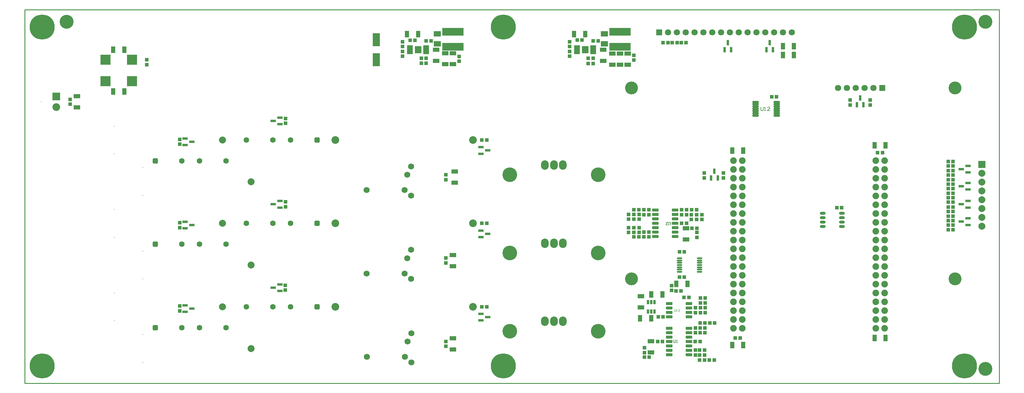
<source format=gts>
G04 Layer_Color=8388736*
%FSLAX43Y43*%
%MOMM*%
G71*
G01*
G75*
%ADD29C,0.150*%
%ADD36C,0.254*%
%ADD37C,0.178*%
%ADD38C,0.100*%
%ADD72R,2.903X2.903*%
%ADD73O,1.550X0.500*%
%ADD74R,6.203X2.203*%
%ADD75R,0.803X1.203*%
%ADD76R,0.803X1.553*%
%ADD77O,1.653X0.853*%
%ADD78R,2.003X1.543*%
%ADD79R,1.003X1.103*%
G04:AMPARAMS|DCode=80|XSize=0.653mm|YSize=1.803mm|CornerRadius=0.151mm|HoleSize=0mm|Usage=FLASHONLY|Rotation=90.000|XOffset=0mm|YOffset=0mm|HoleType=Round|Shape=RoundedRectangle|*
%AMROUNDEDRECTD80*
21,1,0.653,1.501,0,0,90.0*
21,1,0.351,1.803,0,0,90.0*
1,1,0.302,0.750,0.175*
1,1,0.302,0.750,-0.175*
1,1,0.302,-0.750,-0.175*
1,1,0.302,-0.750,0.175*
%
%ADD80ROUNDEDRECTD80*%
%ADD81R,2.003X3.753*%
%ADD82C,4.000*%
G04:AMPARAMS|DCode=83|XSize=0.853mm|YSize=1.853mm|CornerRadius=0.15mm|HoleSize=0mm|Usage=FLASHONLY|Rotation=90.000|XOffset=0mm|YOffset=0mm|HoleType=Round|Shape=RoundedRectangle|*
%AMROUNDEDRECTD83*
21,1,0.853,1.552,0,0,90.0*
21,1,0.552,1.853,0,0,90.0*
1,1,0.301,0.776,0.276*
1,1,0.301,0.776,-0.276*
1,1,0.301,-0.776,-0.276*
1,1,0.301,-0.776,0.276*
%
%ADD83ROUNDEDRECTD83*%
%ADD84R,1.903X1.203*%
%ADD85R,1.203X1.903*%
G04:AMPARAMS|DCode=86|XSize=0.503mm|YSize=1.753mm|CornerRadius=0.151mm|HoleSize=0mm|Usage=FLASHONLY|Rotation=90.000|XOffset=0mm|YOffset=0mm|HoleType=Round|Shape=RoundedRectangle|*
%AMROUNDEDRECTD86*
21,1,0.503,1.451,0,0,90.0*
21,1,0.201,1.753,0,0,90.0*
1,1,0.302,0.726,0.101*
1,1,0.302,0.726,-0.101*
1,1,0.302,-0.726,-0.101*
1,1,0.302,-0.726,0.101*
%
%ADD86ROUNDEDRECTD86*%
G04:AMPARAMS|DCode=87|XSize=1.933mm|YSize=2.103mm|CornerRadius=0.153mm|HoleSize=0mm|Usage=FLASHONLY|Rotation=0.000|XOffset=0mm|YOffset=0mm|HoleType=Round|Shape=RoundedRectangle|*
%AMROUNDEDRECTD87*
21,1,1.933,1.796,0,0,0.0*
21,1,1.626,2.103,0,0,0.0*
1,1,0.307,0.813,-0.898*
1,1,0.307,-0.813,-0.898*
1,1,0.307,-0.813,0.898*
1,1,0.307,0.813,0.898*
%
%ADD87ROUNDEDRECTD87*%
%ADD88R,1.553X0.803*%
%ADD89R,1.103X1.003*%
%ADD90O,2.203X2.703*%
%ADD91C,2.203*%
%ADD92R,0.203X0.203*%
%ADD93C,2.003*%
%ADD94C,1.803*%
%ADD95R,1.803X1.803*%
%ADD96C,1.727*%
%ADD97C,1.903*%
%ADD98C,4.203*%
%ADD99R,0.203X0.203*%
%ADD100R,2.203X2.203*%
%ADD101C,7.203*%
%ADD102R,2.003X2.003*%
%ADD103C,1.603*%
G04:AMPARAMS|DCode=104|XSize=1.603mm|YSize=1.603mm|CornerRadius=0.452mm|HoleSize=0mm|Usage=FLASHONLY|Rotation=180.000|XOffset=0mm|YOffset=0mm|HoleType=Round|Shape=RoundedRectangle|*
%AMROUNDEDRECTD104*
21,1,1.603,0.700,0,0,180.0*
21,1,0.700,1.603,0,0,180.0*
1,1,0.903,-0.350,0.350*
1,1,0.903,0.350,0.350*
1,1,0.903,0.350,-0.350*
1,1,0.903,-0.350,-0.350*
%
%ADD104ROUNDEDRECTD104*%
%ADD105C,3.703*%
%ADD106C,0.803*%
D29*
X186425Y12475D02*
Y11808D01*
X186558Y11675D01*
X186825D01*
X186958Y11808D01*
Y12475D01*
X187225Y11675D02*
X187491D01*
X187358D01*
Y12475D01*
X187225Y12341D01*
X185575Y45525D02*
Y46192D01*
X185442Y46325D01*
X185175D01*
X185042Y46192D01*
Y45525D01*
X184242Y46325D02*
X184775D01*
X184242Y45792D01*
Y45659D01*
X184375Y45525D01*
X184642D01*
X184775Y45659D01*
D36*
X0Y0D02*
X280000D01*
Y107500D01*
X0D02*
X280000D01*
X0Y0D02*
Y107500D01*
D37*
X211476Y79508D02*
Y78661D01*
X211645Y78492D01*
X211984D01*
X212153Y78661D01*
Y79508D01*
X212492Y78492D02*
X212830D01*
X212661D01*
Y79508D01*
X212492Y79338D01*
X214015Y78492D02*
X213338D01*
X214015Y79169D01*
Y79338D01*
X213846Y79508D01*
X213507D01*
X213338Y79338D01*
D38*
X186603Y21346D02*
Y20846D01*
X186703Y20746D01*
X186903D01*
X187003Y20846D01*
Y21346D01*
X187203Y20746D02*
X187403D01*
X187303D01*
Y21346D01*
X187203Y21246D01*
X187703D02*
X187803Y21346D01*
X188003D01*
X188103Y21246D01*
Y21146D01*
X188003Y21046D01*
X187903D01*
X188003D01*
X188103Y20946D01*
Y20846D01*
X188003Y20746D01*
X187803D01*
X187703Y20846D01*
D72*
X23190Y93110D02*
D03*
X30810D02*
D03*
Y86890D02*
D03*
X23190D02*
D03*
D73*
X193875Y32050D02*
D03*
Y32700D02*
D03*
Y33350D02*
D03*
Y34000D02*
D03*
Y34650D02*
D03*
Y35300D02*
D03*
Y35950D02*
D03*
X188125Y32050D02*
D03*
Y32700D02*
D03*
Y33350D02*
D03*
Y34000D02*
D03*
Y34650D02*
D03*
Y35300D02*
D03*
Y35950D02*
D03*
D74*
X171000Y101150D02*
D03*
Y96850D02*
D03*
X123000Y101150D02*
D03*
Y96850D02*
D03*
D75*
X179050Y23375D02*
D03*
X180000D02*
D03*
X180950D02*
D03*
Y20625D02*
D03*
X180000D02*
D03*
X179050D02*
D03*
D76*
X240000Y82075D02*
D03*
X240950Y80125D02*
D03*
X239050D02*
D03*
X198130Y61045D02*
D03*
X199080Y59095D02*
D03*
X197180D02*
D03*
X214000Y97975D02*
D03*
X214950Y96025D02*
D03*
X213050D02*
D03*
X202000Y97975D02*
D03*
X202950Y96025D02*
D03*
X201050D02*
D03*
D77*
X229275Y48905D02*
D03*
Y47635D02*
D03*
Y46365D02*
D03*
Y45095D02*
D03*
X234725Y48905D02*
D03*
Y47635D02*
D03*
Y46365D02*
D03*
Y45095D02*
D03*
D78*
X166500Y97670D02*
D03*
Y100530D02*
D03*
X118500Y97670D02*
D03*
Y100530D02*
D03*
D79*
X194000Y17300D02*
D03*
X195400D02*
D03*
X179400Y7500D02*
D03*
X178000D02*
D03*
X198200Y17300D02*
D03*
X196800D02*
D03*
X265300Y44200D02*
D03*
X266700D02*
D03*
X265300Y48100D02*
D03*
X266700D02*
D03*
X265300Y49400D02*
D03*
X266700D02*
D03*
X265300Y53400D02*
D03*
X266700D02*
D03*
X265300Y54700D02*
D03*
X266700D02*
D03*
X265300Y58600D02*
D03*
X266700D02*
D03*
X265300Y59900D02*
D03*
X266700D02*
D03*
X265300Y63800D02*
D03*
X266700D02*
D03*
Y62500D02*
D03*
X265300D02*
D03*
X266700Y61200D02*
D03*
X265300D02*
D03*
X266700Y57300D02*
D03*
X265300D02*
D03*
X266700Y56000D02*
D03*
X265300D02*
D03*
X195300Y9500D02*
D03*
X193900D02*
D03*
Y6700D02*
D03*
X195300D02*
D03*
Y8100D02*
D03*
X193900D02*
D03*
X189400Y24700D02*
D03*
X190800D02*
D03*
X182000Y19100D02*
D03*
X183400D02*
D03*
X194000Y12000D02*
D03*
X192600D02*
D03*
X188600Y98000D02*
D03*
X190000D02*
D03*
X187400D02*
D03*
X186000D02*
D03*
X266700Y52100D02*
D03*
X265300D02*
D03*
X266700Y50700D02*
D03*
X265300D02*
D03*
X266700Y46800D02*
D03*
X265300D02*
D03*
X266700Y45500D02*
D03*
X265300D02*
D03*
X113900Y93500D02*
D03*
X115300D02*
D03*
Y92100D02*
D03*
X113900D02*
D03*
X161900Y93500D02*
D03*
X163300D02*
D03*
Y92000D02*
D03*
X161900D02*
D03*
X132700Y70000D02*
D03*
X131300D02*
D03*
X190100Y48500D02*
D03*
X188700D02*
D03*
Y49900D02*
D03*
X190100D02*
D03*
X132700Y46000D02*
D03*
X131300D02*
D03*
X177900Y48500D02*
D03*
X179300D02*
D03*
Y49900D02*
D03*
X177900D02*
D03*
X132700Y22000D02*
D03*
X131300D02*
D03*
X177900Y43500D02*
D03*
X179300D02*
D03*
Y42100D02*
D03*
X177900D02*
D03*
X195500Y20300D02*
D03*
X194100D02*
D03*
Y24500D02*
D03*
X195500D02*
D03*
Y21700D02*
D03*
X194100D02*
D03*
X195400Y14500D02*
D03*
X194000D02*
D03*
X195400Y15900D02*
D03*
X194000D02*
D03*
X191700Y44600D02*
D03*
X193100D02*
D03*
X214600Y82400D02*
D03*
X216000D02*
D03*
X184800Y98000D02*
D03*
X183400D02*
D03*
X110700Y98700D02*
D03*
X112100D02*
D03*
X116700Y98500D02*
D03*
X115300D02*
D03*
X160100Y98800D02*
D03*
X158700D02*
D03*
X164700Y98500D02*
D03*
X163300D02*
D03*
X233300Y50500D02*
D03*
X234700D02*
D03*
X246430Y66370D02*
D03*
X245030D02*
D03*
X204130Y12970D02*
D03*
X205530D02*
D03*
X190100Y46000D02*
D03*
X188700D02*
D03*
X189500Y30500D02*
D03*
X188100D02*
D03*
X188500Y26600D02*
D03*
X187100D02*
D03*
X191600Y49900D02*
D03*
X193000D02*
D03*
X176400D02*
D03*
X175000D02*
D03*
X189500Y37800D02*
D03*
X188100D02*
D03*
X176400Y42100D02*
D03*
X175000D02*
D03*
X181800Y12000D02*
D03*
X183200D02*
D03*
X196700Y6700D02*
D03*
X198100D02*
D03*
X195500Y23100D02*
D03*
X194100D02*
D03*
D80*
X209950Y80950D02*
D03*
Y80300D02*
D03*
Y79650D02*
D03*
Y79000D02*
D03*
Y78350D02*
D03*
Y77700D02*
D03*
Y77050D02*
D03*
X216050Y80950D02*
D03*
Y80300D02*
D03*
Y79650D02*
D03*
Y79000D02*
D03*
Y78350D02*
D03*
Y77700D02*
D03*
Y77050D02*
D03*
D81*
X101000Y98875D02*
D03*
Y93125D02*
D03*
D82*
X12000Y104000D02*
D03*
X276000Y4100D02*
D03*
Y104000D02*
D03*
D83*
X185175Y15810D02*
D03*
Y14540D02*
D03*
Y13270D02*
D03*
Y12000D02*
D03*
Y10730D02*
D03*
Y9460D02*
D03*
Y8190D02*
D03*
X190825Y15810D02*
D03*
Y14540D02*
D03*
Y13270D02*
D03*
Y12000D02*
D03*
Y10730D02*
D03*
Y9460D02*
D03*
Y8190D02*
D03*
X185175Y22905D02*
D03*
Y21635D02*
D03*
Y20365D02*
D03*
Y19095D02*
D03*
X190825Y22905D02*
D03*
Y21635D02*
D03*
Y20365D02*
D03*
Y19095D02*
D03*
X186825Y42190D02*
D03*
Y43460D02*
D03*
Y44730D02*
D03*
Y46000D02*
D03*
Y47270D02*
D03*
Y48540D02*
D03*
Y49810D02*
D03*
X181175Y42190D02*
D03*
Y43460D02*
D03*
Y44730D02*
D03*
Y46000D02*
D03*
Y47270D02*
D03*
Y48540D02*
D03*
Y49810D02*
D03*
D84*
X179900Y8900D02*
D03*
Y12100D02*
D03*
X177000Y25000D02*
D03*
Y21800D02*
D03*
X118200Y96000D02*
D03*
Y92800D02*
D03*
X166200Y96000D02*
D03*
Y92800D02*
D03*
X123000Y95000D02*
D03*
Y91800D02*
D03*
X120800Y95000D02*
D03*
Y91800D02*
D03*
X173200Y94900D02*
D03*
Y91700D02*
D03*
X171000Y94900D02*
D03*
Y91700D02*
D03*
X168800Y94900D02*
D03*
Y91700D02*
D03*
X15000Y82600D02*
D03*
Y79400D02*
D03*
X190000Y44600D02*
D03*
Y41400D02*
D03*
X123500Y60900D02*
D03*
Y57700D02*
D03*
X123000Y36900D02*
D03*
Y33700D02*
D03*
Y12900D02*
D03*
Y9700D02*
D03*
D85*
X28600Y96000D02*
D03*
X25400D02*
D03*
X180000Y18700D02*
D03*
X176800D02*
D03*
X180000Y25500D02*
D03*
X183200D02*
D03*
X221000Y97000D02*
D03*
X217800D02*
D03*
X221000Y94500D02*
D03*
X217800D02*
D03*
X28600Y84000D02*
D03*
X25400D02*
D03*
X109800Y100500D02*
D03*
X113000D02*
D03*
X157800Y100500D02*
D03*
X161000D02*
D03*
X203230Y66970D02*
D03*
X206430D02*
D03*
X247330Y12970D02*
D03*
X244130D02*
D03*
Y68470D02*
D03*
X247330D02*
D03*
X206430Y10970D02*
D03*
X203230D02*
D03*
X187200Y28600D02*
D03*
X190400D02*
D03*
D86*
X163325Y97000D02*
D03*
X158675D02*
D03*
Y96500D02*
D03*
Y96000D02*
D03*
Y95500D02*
D03*
Y95000D02*
D03*
X163325Y96500D02*
D03*
Y96000D02*
D03*
Y95500D02*
D03*
Y95000D02*
D03*
X115325Y97000D02*
D03*
X110675D02*
D03*
Y96500D02*
D03*
Y96000D02*
D03*
Y95500D02*
D03*
Y95000D02*
D03*
X115325Y96500D02*
D03*
Y96000D02*
D03*
Y95500D02*
D03*
Y95000D02*
D03*
D87*
X161000Y96000D02*
D03*
X113000D02*
D03*
D88*
X132975Y67000D02*
D03*
X131025Y66050D02*
D03*
Y67950D02*
D03*
X132975Y43000D02*
D03*
X131025Y42050D02*
D03*
Y43950D02*
D03*
X132975Y19000D02*
D03*
X131025Y18050D02*
D03*
Y19950D02*
D03*
X47975Y69500D02*
D03*
X46025Y68550D02*
D03*
Y70450D02*
D03*
X71325Y75500D02*
D03*
X73275Y76450D02*
D03*
Y74550D02*
D03*
X47975Y45500D02*
D03*
X46025Y44550D02*
D03*
Y46450D02*
D03*
X71325Y51500D02*
D03*
X73275Y52450D02*
D03*
Y50550D02*
D03*
X47975Y21500D02*
D03*
X46025Y20550D02*
D03*
Y22450D02*
D03*
X71325Y27500D02*
D03*
X73275Y28450D02*
D03*
Y26550D02*
D03*
X269025Y61600D02*
D03*
X270975Y62550D02*
D03*
Y60650D02*
D03*
X269025Y56700D02*
D03*
X270975Y57650D02*
D03*
Y55750D02*
D03*
X269025Y51500D02*
D03*
X270975Y52450D02*
D03*
Y50550D02*
D03*
X269025Y46500D02*
D03*
X270975Y47450D02*
D03*
Y45550D02*
D03*
D89*
X44500Y70200D02*
D03*
Y68800D02*
D03*
X74900Y74800D02*
D03*
Y76200D02*
D03*
X237100Y81500D02*
D03*
Y80100D02*
D03*
X44500Y46200D02*
D03*
Y44800D02*
D03*
X74900Y50800D02*
D03*
Y52200D02*
D03*
X242900Y81500D02*
D03*
Y80100D02*
D03*
X44500Y22200D02*
D03*
Y20800D02*
D03*
X74800Y26800D02*
D03*
Y28200D02*
D03*
X108500Y98300D02*
D03*
Y96900D02*
D03*
X156500Y98300D02*
D03*
Y96900D02*
D03*
X193000Y48500D02*
D03*
Y47100D02*
D03*
X194500D02*
D03*
Y48500D02*
D03*
X175000Y48600D02*
D03*
Y47200D02*
D03*
X173500D02*
D03*
Y48600D02*
D03*
X175000Y43400D02*
D03*
Y44800D02*
D03*
X173500D02*
D03*
Y43400D02*
D03*
X185800Y28100D02*
D03*
Y26700D02*
D03*
X108500Y95500D02*
D03*
Y94100D02*
D03*
X124750Y94050D02*
D03*
Y92650D02*
D03*
X156500Y94100D02*
D03*
Y95500D02*
D03*
X175000Y93000D02*
D03*
Y94400D02*
D03*
X35000Y91700D02*
D03*
Y93100D02*
D03*
X13000Y80300D02*
D03*
Y81700D02*
D03*
X200730Y60470D02*
D03*
Y59070D02*
D03*
X195230Y60470D02*
D03*
Y59070D02*
D03*
X193100Y42000D02*
D03*
Y43400D02*
D03*
X121000Y58600D02*
D03*
Y60000D02*
D03*
X191500Y48500D02*
D03*
Y47100D02*
D03*
X121000Y34600D02*
D03*
Y36000D02*
D03*
X176500Y48600D02*
D03*
Y47200D02*
D03*
X121000Y10600D02*
D03*
Y12000D02*
D03*
X176500Y43400D02*
D03*
Y44800D02*
D03*
X178000Y10200D02*
D03*
Y8800D02*
D03*
X192700Y9500D02*
D03*
Y8100D02*
D03*
Y20300D02*
D03*
Y21700D02*
D03*
Y14500D02*
D03*
Y15900D02*
D03*
D90*
X149450Y17800D02*
D03*
X152000D02*
D03*
X154550D02*
D03*
X149450Y62800D02*
D03*
X152000D02*
D03*
X154550D02*
D03*
X149450Y40300D02*
D03*
X152000D02*
D03*
X154550D02*
D03*
D91*
X89250Y22000D02*
D03*
X128750D02*
D03*
X9000Y79500D02*
D03*
X89250Y70000D02*
D03*
X128750D02*
D03*
X89250Y46000D02*
D03*
X128750D02*
D03*
D92*
X33925Y30000D02*
D03*
Y38000D02*
D03*
Y14000D02*
D03*
Y6000D02*
D03*
X25725Y66000D02*
D03*
Y74000D02*
D03*
Y50000D02*
D03*
Y42000D02*
D03*
Y18000D02*
D03*
Y26000D02*
D03*
X33925Y62000D02*
D03*
Y54000D02*
D03*
D93*
X65000Y34000D02*
D03*
Y10000D02*
D03*
X275000Y45220D02*
D03*
Y47760D02*
D03*
Y50300D02*
D03*
Y52840D02*
D03*
Y55380D02*
D03*
Y57920D02*
D03*
Y60460D02*
D03*
X56800Y70000D02*
D03*
Y46000D02*
D03*
Y22000D02*
D03*
X65000Y58000D02*
D03*
D94*
X233650Y85000D02*
D03*
X238730D02*
D03*
X243810D02*
D03*
X241270D02*
D03*
X236190D02*
D03*
X217810Y101000D02*
D03*
X212730D02*
D03*
X205110D02*
D03*
X200030D02*
D03*
X194950D02*
D03*
X189870D02*
D03*
X184790D02*
D03*
X187330D02*
D03*
X192410D02*
D03*
X197490D02*
D03*
X202570D02*
D03*
X207650D02*
D03*
X210190D02*
D03*
X215270D02*
D03*
X220350D02*
D03*
D95*
X246350Y85000D02*
D03*
X182250Y101000D02*
D03*
D96*
X111100Y14380D02*
D03*
X109220Y7570D02*
D03*
X98300D02*
D03*
X109980Y11970D02*
D03*
X111100Y6000D02*
D03*
X111000Y62380D02*
D03*
X109120Y55570D02*
D03*
X98200D02*
D03*
X109880Y59970D02*
D03*
X111000Y54000D02*
D03*
Y30000D02*
D03*
X109880Y35970D02*
D03*
X98200Y31570D02*
D03*
X109120D02*
D03*
X111000Y38380D02*
D03*
D97*
X203560Y64100D02*
D03*
Y61560D02*
D03*
Y59020D02*
D03*
Y56480D02*
D03*
Y53940D02*
D03*
Y51400D02*
D03*
Y48860D02*
D03*
Y46320D02*
D03*
Y43780D02*
D03*
Y41240D02*
D03*
Y38700D02*
D03*
Y36160D02*
D03*
Y33620D02*
D03*
Y31080D02*
D03*
Y28540D02*
D03*
Y26000D02*
D03*
Y23460D02*
D03*
Y20920D02*
D03*
Y18380D02*
D03*
Y15840D02*
D03*
X206100Y64100D02*
D03*
Y61560D02*
D03*
Y59020D02*
D03*
Y56480D02*
D03*
Y53940D02*
D03*
Y51400D02*
D03*
Y48860D02*
D03*
Y46320D02*
D03*
Y43780D02*
D03*
Y41240D02*
D03*
Y38700D02*
D03*
Y36160D02*
D03*
Y33620D02*
D03*
Y31080D02*
D03*
Y28540D02*
D03*
Y26000D02*
D03*
Y23460D02*
D03*
Y20920D02*
D03*
Y18380D02*
D03*
Y15840D02*
D03*
X247000D02*
D03*
Y18380D02*
D03*
Y20920D02*
D03*
Y23460D02*
D03*
Y26000D02*
D03*
Y28540D02*
D03*
Y31080D02*
D03*
Y33620D02*
D03*
Y36160D02*
D03*
Y38700D02*
D03*
Y41240D02*
D03*
Y43780D02*
D03*
Y46320D02*
D03*
Y48860D02*
D03*
Y51400D02*
D03*
Y53940D02*
D03*
Y56480D02*
D03*
Y59020D02*
D03*
Y61560D02*
D03*
Y64100D02*
D03*
X244460Y15840D02*
D03*
Y18380D02*
D03*
Y20920D02*
D03*
Y23460D02*
D03*
Y26000D02*
D03*
Y28540D02*
D03*
Y31080D02*
D03*
Y33620D02*
D03*
Y36160D02*
D03*
Y38700D02*
D03*
Y41240D02*
D03*
Y43780D02*
D03*
Y46320D02*
D03*
Y48860D02*
D03*
Y51400D02*
D03*
Y53940D02*
D03*
Y56480D02*
D03*
Y59020D02*
D03*
Y61560D02*
D03*
Y64100D02*
D03*
D98*
X139300Y60000D02*
D03*
X164700D02*
D03*
X139300Y15000D02*
D03*
X164700D02*
D03*
X139300Y37500D02*
D03*
X164700D02*
D03*
D99*
X4680Y81000D02*
D03*
D100*
X9000Y82500D02*
D03*
D101*
X270000Y5000D02*
D03*
X137500Y5000D02*
D03*
Y102500D02*
D03*
X5000D02*
D03*
Y5000D02*
D03*
X270000Y102500D02*
D03*
D102*
X275000Y63000D02*
D03*
D103*
X63680Y22000D02*
D03*
X71300D02*
D03*
X76380D02*
D03*
X45120Y64000D02*
D03*
X50200D02*
D03*
X57820D02*
D03*
X63680Y70000D02*
D03*
X71300D02*
D03*
X76380D02*
D03*
X45120Y40000D02*
D03*
X50200D02*
D03*
X57820D02*
D03*
X63680Y46000D02*
D03*
X71300D02*
D03*
X76380D02*
D03*
X45120Y16000D02*
D03*
X50200D02*
D03*
X57820D02*
D03*
D104*
X84000Y22000D02*
D03*
X37500Y64000D02*
D03*
X84000Y70000D02*
D03*
X37500Y40000D02*
D03*
X84000Y46000D02*
D03*
X37500Y16000D02*
D03*
D105*
X267270Y85000D02*
D03*
Y30000D02*
D03*
X174270D02*
D03*
Y85000D02*
D03*
D106*
X161500Y95500D02*
D03*
X160500D02*
D03*
X161500Y96500D02*
D03*
X160500D02*
D03*
X113500Y95500D02*
D03*
X112500D02*
D03*
X113500Y96500D02*
D03*
X112500D02*
D03*
M02*

</source>
